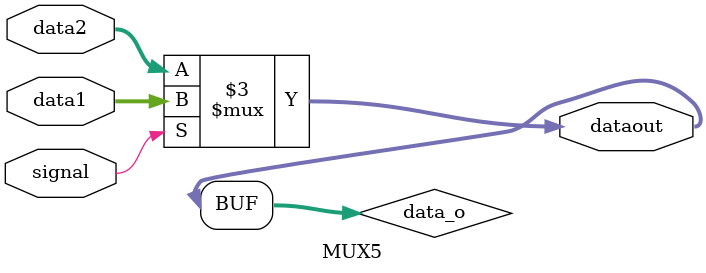
<source format=v>
module MUX5(
  data1,
  data2,
  signal,
  dataout,
);

input[31:0] data1;
input[31:0] data2;
input signal;
output[31:0] dataout;

reg[31:0] data_o;

always@(*)
begin
  if(signal)
    data_o =  data1;
  else
    data_o = data2;
end

assign dataout = data_o;

endmodule



</source>
